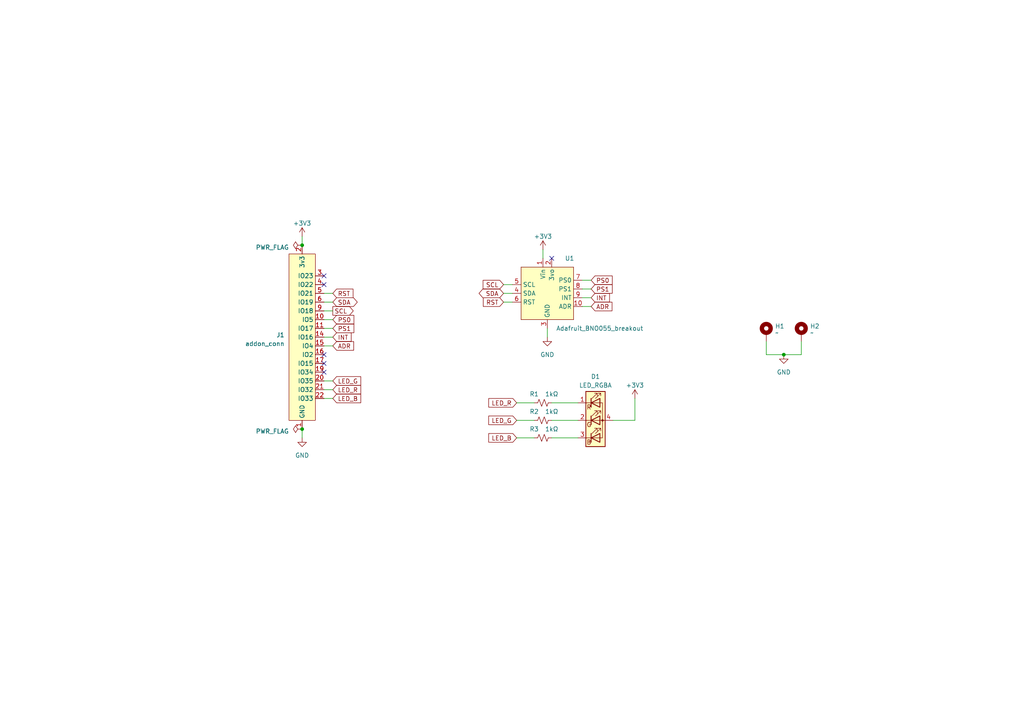
<source format=kicad_sch>
(kicad_sch (version 20220331) (generator eeschema)
  (paper "A4")
  (title_block (title "Game Over Sensor addon") (rev "0.1") (company "Flávio Amieiro"))
  (lib_symbols
    (symbol "Device:LED_RGBA" (pin_names (offset 0) hide)
      (property "Reference" "D" (at 0 9.398 0))
      (property "Value" "LED_RGBA" (at 0 -8.89 0))
      (symbol "LED_RGBA_0_0"
        (text "B" (at -1.905 -6.35 0) (effects (font (size 1.27 1.27))))
        (text "G" (at -1.905 -1.27 0) (effects (font (size 1.27 1.27))))
        (text "R" (at -1.905 3.81 0) (effects (font (size 1.27 1.27))))
      )
      (symbol "LED_RGBA_0_1"
        (polyline (pts (xy -1.27 -5.08) (xy -2.54 -5.08)))
        (polyline (pts (xy -1.27 -5.08) (xy 1.27 -5.08)))
        (polyline (pts (xy -1.27 -3.81) (xy -1.27 -6.35)) (stroke (width 0.254)))
        (polyline (pts (xy -1.27 0) (xy -2.54 0)))
        (polyline (pts (xy -1.27 1.27) (xy -1.27 -1.27)) (stroke (width 0.254)))
        (polyline (pts (xy -1.27 5.08) (xy -2.54 5.08)))
        (polyline (pts (xy -1.27 5.08) (xy 1.27 5.08)))
        (polyline (pts (xy -1.27 6.35) (xy -1.27 3.81)) (stroke (width 0.254)))
        (polyline (pts (xy 1.27 0) (xy -1.27 0)))
        (polyline (pts (xy 1.27 0) (xy 2.54 0)))
        (polyline (pts (xy -1.27 1.27) (xy -1.27 -1.27) (xy -1.27 -1.27)))
        (polyline (pts (xy -1.27 6.35) (xy -1.27 3.81) (xy -1.27 3.81)))
        (polyline (pts (xy 1.27 -5.08) (xy 2.032 -5.08) (xy 2.032 5.08) (xy 1.27 5.08)))
        (polyline (pts (xy 1.27 -3.81) (xy 1.27 -6.35) (xy -1.27 -5.08) (xy 1.27 -3.81)) (stroke (width 0.254)))
        (polyline (pts (xy 1.27 1.27) (xy 1.27 -1.27) (xy -1.27 0) (xy 1.27 1.27)) (stroke (width 0.254)))
        (polyline (pts (xy 1.27 6.35) (xy 1.27 3.81) (xy -1.27 5.08) (xy 1.27 6.35)) (stroke (width 0.254)))
        (polyline (pts (xy -1.016 -3.81) (xy 0.508 -2.286) (xy -0.254 -2.286) (xy 0.508 -2.286) (xy 0.508 -3.048)))
        (polyline (pts (xy -1.016 1.27) (xy 0.508 2.794) (xy -0.254 2.794) (xy 0.508 2.794) (xy 0.508 2.032)))
        (polyline (pts (xy -1.016 6.35) (xy 0.508 7.874) (xy -0.254 7.874) (xy 0.508 7.874) (xy 0.508 7.112)))
        (polyline (pts (xy 0 -3.81) (xy 1.524 -2.286) (xy 0.762 -2.286) (xy 1.524 -2.286) (xy 1.524 -3.048)))
        (polyline (pts (xy 0 1.27) (xy 1.524 2.794) (xy 0.762 2.794) (xy 1.524 2.794) (xy 1.524 2.032)))
        (polyline (pts (xy 0 6.35) (xy 1.524 7.874) (xy 0.762 7.874) (xy 1.524 7.874) (xy 1.524 7.112)))
        (rectangle (start 1.27 -1.27) (end 1.27 1.27))
        (rectangle (start 1.27 1.27) (end 1.27 1.27))
        (rectangle (start 1.27 3.81) (end 1.27 6.35))
        (rectangle (start 1.27 6.35) (end 1.27 6.35))
        (circle (center 2.032 0) (radius 0.254) (fill (type outline)))
        (rectangle (start 2.794 8.382) (end -2.794 -7.62) (stroke (width 0.254)) (fill (type background)))
      )
      (symbol "LED_RGBA_1_1"
        (pin passive line (at -5.08 5.08 0) (length 2.54) (name "RK") (number "1"))
        (pin passive line (at -5.08 0 0) (length 2.54) (name "GK") (number "2"))
        (pin passive line (at -5.08 -5.08 0) (length 2.54) (name "BK") (number "3"))
        (pin passive line (at 5.08 0 180) (length 2.54) (name "A") (number "4"))
      )
    )
    (symbol "Device:R_Small_US" (pin_numbers hide) (pin_names (offset 0.254) hide)
      (property "Reference" "R" (at 0.762 0.508 0))
      (property "Value" "R_Small_US" (at 0.762 -1.016 0))
      (symbol "R_Small_US_1_1"
        (polyline (pts (xy 0 0) (xy 1.016 -0.381) (xy 0 -0.762) (xy -1.016 -1.143) (xy 0 -1.524)))
        (polyline (pts (xy 0 1.524) (xy 1.016 1.143) (xy 0 0.762) (xy -1.016 0.381) (xy 0 0)))
        (pin passive line (at 0 2.54 270) (length 1.016) (name "~") (number "1"))
        (pin passive line (at 0 -2.54 90) (length 1.016) (name "~") (number "2"))
      )
    )
    (symbol "GameOver:Adafruit_BNO055_breakout"
      (property "Reference" "U" (at 2.54 10.16 0))
      (property "Value" "Adafruit_BNO055_breakout" (at 13.97 -10.16 0))
      (symbol "Adafruit_BNO055_breakout_0_1"
        (rectangle (start -7.62 7.62) (end 7.62 -7.62) (fill (type background)))
      )
      (symbol "Adafruit_BNO055_breakout_1_0"
        (pin input line (at 10.16 -3.81 180) (length 2.54) (name "ADR") (number "10"))
        (pin power_out line (at 1.27 10.16 270) (length 2.54) (name "3vo") (number "2"))
        (pin bidirectional line (at -10.16 0 0) (length 2.54) (name "SDA") (number "4"))
        (pin input line (at -10.16 2.54 0) (length 2.54) (name "SCL") (number "5"))
        (pin input line (at -10.16 -2.54 0) (length 2.54) (name "RST") (number "6"))
        (pin input line (at 10.16 3.81 180) (length 2.54) (name "PS0") (number "7"))
        (pin input line (at 10.16 1.27 180) (length 2.54) (name "PS1") (number "8"))
        (pin output line (at 10.16 -1.27 180) (length 2.54) (name "INT") (number "9"))
      )
      (symbol "Adafruit_BNO055_breakout_1_1"
        (pin power_in line (at -1.27 10.16 270) (length 2.54) (name "Vin") (number "1"))
        (pin power_in line (at 0 -10.16 90) (length 2.54) (name "GND") (number "3"))
      )
    )
    (symbol "GameOver:addon_conn"
      (property "Reference" "J" (at 2.54 25.4 0))
      (property "Value" "addon_conn" (at 7.62 -25.4 0))
      (symbol "addon_conn_0_0"
        (pin power_in line (at 0 -26.67 90) (length 2.54) (name "GND") (number "1"))
        (pin bidirectional line (at 6.35 5.08 180) (length 2.54) (name "IO5") (number "10"))
        (pin bidirectional line (at 6.35 2.54 180) (length 2.54) (name "IO17") (number "11"))
        (pin power_in line (at 0 -26.67 90) (length 2.54) hide (name "GND") (number "12"))
        (pin power_in line (at 0 26.67 270) (length 2.54) hide (name "3v3") (number "13"))
        (pin bidirectional line (at 6.35 0 180) (length 2.54) (name "IO16") (number "14"))
        (pin bidirectional line (at 6.35 -2.54 180) (length 2.54) (name "IO4") (number "15"))
        (pin bidirectional line (at 6.35 -5.08 180) (length 2.54) (name "IO2") (number "16"))
        (pin bidirectional line (at 6.35 -7.62 180) (length 2.54) (name "IO15") (number "17"))
        (pin power_in line (at 0 -26.67 90) (length 2.54) hide (name "GND") (number "18"))
        (pin bidirectional line (at 6.35 -10.16 180) (length 2.54) (name "IO34") (number "19"))
        (pin power_in line (at 0 26.67 270) (length 2.54) (name "3v3") (number "2"))
        (pin bidirectional line (at 6.35 -12.7 180) (length 2.54) (name "IO35") (number "20"))
        (pin bidirectional line (at 6.35 -15.24 180) (length 2.54) (name "IO32") (number "21"))
        (pin bidirectional line (at 6.35 -17.78 180) (length 2.54) (name "IO33") (number "22"))
        (pin power_in line (at 0 -26.67 90) (length 2.54) hide (name "GND") (number "23"))
        (pin power_in line (at 0 26.67 270) (length 2.54) hide (name "3v3") (number "24"))
        (pin bidirectional line (at 6.35 17.78 180) (length 2.54) (name "IO23") (number "3"))
        (pin bidirectional line (at 6.35 15.24 180) (length 2.54) (name "IO22") (number "4"))
        (pin bidirectional line (at 6.35 12.7 180) (length 2.54) (name "IO21") (number "5"))
        (pin bidirectional line (at 6.35 10.16 180) (length 2.54) (name "IO19") (number "6"))
        (pin power_in line (at 0 -26.67 90) (length 2.54) hide (name "GND") (number "7"))
        (pin power_in line (at 0 26.67 270) (length 2.54) hide (name "3v3") (number "8"))
        (pin bidirectional line (at 6.35 7.62 180) (length 2.54) (name "IO18") (number "9"))
      )
      (symbol "addon_conn_0_1"
        (rectangle (start -3.81 24.13) (end 3.81 -24.13) (fill (type background)))
      )
    )
    (symbol "Mechanical:MountingHole_Pad" (pin_numbers hide) (pin_names (offset 1.016) hide)
      (property "Reference" "H" (at 0 6.35 0))
      (property "Value" "MountingHole_Pad" (at 0 4.445 0))
      (symbol "MountingHole_Pad_0_1"
        (circle (center 0 1.27) (radius 1.27) (stroke (width 1.27)))
      )
      (symbol "MountingHole_Pad_1_1"
        (pin input line (at 0 -2.54 90) (length 2.54) (name "1") (number "1"))
      )
    )
    (symbol "power:+3V3" (power) (pin_names (offset 0))
      (property "Value" "+3V3" (at 0 3.556 0))
      (symbol "+3V3_0_1"
        (polyline (pts (xy -0.762 1.27) (xy 0 2.54)))
        (polyline (pts (xy 0 0) (xy 0 2.54)))
        (polyline (pts (xy 0 2.54) (xy 0.762 1.27)))
      )
      (symbol "+3V3_1_1"
        (pin power_in line (at 0 0 90) (length 0) hide (name "+3V3") (number "1"))
      )
    )
    (symbol "power:GND" (power) (pin_names (offset 0))
      (property "Value" "GND" (at 0 -3.81 0))
      (symbol "GND_0_1"
        (polyline (pts (xy 0 0) (xy 0 -1.27) (xy 1.27 -1.27) (xy 0 -2.54) (xy -1.27 -1.27) (xy 0 -1.27)))
      )
      (symbol "GND_1_1"
        (pin power_in line (at 0 0 270) (length 0) hide (name "GND") (number "1"))
      )
    )
    (symbol "power:PWR_FLAG" (power) (pin_numbers hide) (pin_names (offset 0) hide)
      (property "Value" "PWR_FLAG" (at 0 3.81 0))
      (symbol "PWR_FLAG_0_0"
        (pin power_out line (at 0 0 90) (length 0) (name "pwr") (number "1"))
      )
      (symbol "PWR_FLAG_0_1"
        (polyline (pts (xy 0 0) (xy 0 1.27) (xy -1.016 1.905) (xy 0 2.54) (xy 1.016 1.905) (xy 0 1.27)))
      )
    )
  )
  (junction (at 87.63 71.12))
  (junction (at 87.63 124.46))
  (junction (at 227.33 102.87))
  (no_connect (at 93.98 105.41))
  (no_connect (at 93.98 107.95))
  (no_connect (at 93.98 102.87))
  (no_connect (at 93.98 80.01))
  (no_connect (at 93.98 82.55))
  (no_connect (at 160.02 74.93))
  (wire (pts (xy 149.86 116.84) (xy 154.94 116.84)))
  (wire (pts (xy 168.91 81.28) (xy 171.45 81.28)))
  (wire (pts (xy 93.98 113.03) (xy 96.52 113.03)))
  (wire (pts (xy 93.98 100.33) (xy 96.52 100.33)))
  (wire (pts (xy 93.98 92.71) (xy 96.52 92.71)))
  (wire (pts (xy 87.63 68.58) (xy 87.63 71.12)))
  (wire (pts (xy 168.91 83.82) (xy 171.45 83.82)))
  (wire (pts (xy 93.98 87.63) (xy 96.52 87.63)))
  (wire (pts (xy 149.86 121.92) (xy 154.94 121.92)))
  (wire (pts (xy 232.41 102.87) (xy 232.41 99.06)))
  (wire (pts (xy 160.02 127) (xy 167.64 127)))
  (wire (pts (xy 93.98 110.49) (xy 96.52 110.49)))
  (wire (pts (xy 168.91 88.9) (xy 171.45 88.9)))
  (wire (pts (xy 158.75 95.25) (xy 158.75 97.79)))
  (wire (pts (xy 93.98 85.09) (xy 96.52 85.09)))
  (wire (pts (xy 146.05 87.63) (xy 148.59 87.63)))
  (wire (pts (xy 93.98 115.57) (xy 96.52 115.57)))
  (wire (pts (xy 93.98 90.17) (xy 96.52 90.17)))
  (wire (pts (xy 222.25 102.87) (xy 227.33 102.87)))
  (wire (pts (xy 168.91 86.36) (xy 171.45 86.36)))
  (wire (pts (xy 93.98 95.25) (xy 96.52 95.25)))
  (wire (pts (xy 160.02 116.84) (xy 167.64 116.84)))
  (wire (pts (xy 87.63 124.46) (xy 87.63 127)))
  (wire (pts (xy 146.05 82.55) (xy 148.59 82.55)))
  (wire (pts (xy 93.98 97.79) (xy 96.52 97.79)))
  (wire (pts (xy 227.33 102.87) (xy 232.41 102.87)))
  (wire (pts (xy 222.25 99.06) (xy 222.25 102.87)))
  (wire (pts (xy 160.02 121.92) (xy 167.64 121.92)))
  (wire (pts (xy 157.48 72.39) (xy 157.48 74.93)))
  (wire (pts (xy 149.86 127) (xy 154.94 127)))
  (wire (pts (xy 146.05 85.09) (xy 148.59 85.09)))
  (wire (pts (xy 184.15 121.92) (xy 177.8 121.92)))
  (wire (pts (xy 184.15 115.57) (xy 184.15 121.92)))
  (global_label "SDA" (shape bidirectional) (at 96.52 87.63 0) (property "Intersheetrefs" "${INTERSHEET_REFS}" (effects hide)))
  (global_label "ADR" (shape input) (at 171.45 88.9 0) (property "Intersheetrefs" "${INTERSHEET_REFS}" (effects hide)))
  (global_label "PS0" (shape input) (at 96.52 92.71 0) (property "Intersheetrefs" "${INTERSHEET_REFS}" (effects hide)))
  (global_label "PS1" (shape input) (at 96.52 95.25 0) (property "Intersheetrefs" "${INTERSHEET_REFS}" (effects hide)))
  (global_label "SDA" (shape bidirectional) (at 146.05 85.09 180) (property "Intersheetrefs" "${INTERSHEET_REFS}" (effects hide)))
  (global_label "PS1" (shape input) (at 171.45 83.82 0) (property "Intersheetrefs" "${INTERSHEET_REFS}" (effects hide)))
  (global_label "LED_R" (shape input) (at 96.52 113.03 0) (property "Intersheetrefs" "${INTERSHEET_REFS}" (effects hide)))
  (global_label "LED_G" (shape input) (at 149.86 121.92 180) (property "Intersheetrefs" "${INTERSHEET_REFS}" (effects hide)))
  (global_label "LED_B" (shape input) (at 96.52 115.57 0) (property "Intersheetrefs" "${INTERSHEET_REFS}" (effects hide)))
  (global_label "RST" (shape input) (at 96.52 85.09 0) (property "Intersheetrefs" "${INTERSHEET_REFS}" (effects hide)))
  (global_label "INT" (shape input) (at 96.52 97.79 0) (property "Intersheetrefs" "${INTERSHEET_REFS}" (effects hide)))
  (global_label "LED_R" (shape input) (at 149.86 116.84 180) (property "Intersheetrefs" "${INTERSHEET_REFS}" (effects hide)))
  (global_label "LED_G" (shape input) (at 96.52 110.49 0) (property "Intersheetrefs" "${INTERSHEET_REFS}" (effects hide)))
  (global_label "PS0" (shape input) (at 171.45 81.28 0) (property "Intersheetrefs" "${INTERSHEET_REFS}" (effects hide)))
  (global_label "LED_B" (shape input) (at 149.86 127 180) (property "Intersheetrefs" "${INTERSHEET_REFS}" (effects hide)))
  (global_label "RST" (shape input) (at 146.05 87.63 180) (property "Intersheetrefs" "${INTERSHEET_REFS}" (effects hide)))
  (global_label "SCL" (shape output) (at 96.52 90.17 0) (property "Intersheetrefs" "${INTERSHEET_REFS}" (effects hide)))
  (global_label "SCL" (shape input) (at 146.05 82.55 180) (property "Intersheetrefs" "${INTERSHEET_REFS}" (effects hide)))
  (global_label "INT" (shape input) (at 171.45 86.36 0) (property "Intersheetrefs" "${INTERSHEET_REFS}" (effects hide)))
  (global_label "ADR" (shape input) (at 96.52 100.33 0) (property "Intersheetrefs" "${INTERSHEET_REFS}" (effects hide)))
  (symbol (lib_id "power:GND") (at 87.63 127 0) (unit 1)
    (property "Reference" "#PWR0101" (effects hide))
    (property "Value" "GND" (at 87.63 132.08 0))
  )
  (symbol (lib_id "Device:R_Small_US") (at 157.48 127 90) (unit 1)
    (property "Reference" "R3" (at 154.94 124.46 90))
    (property "Value" "1kΩ" (at 160.02 124.46 90))
    (property "Footprint" "Resistor_SMD:R_0805_2012Metric_Pad1.20x1.40mm_HandSolder" (effects hide))
  )
  (symbol (lib_id "Mechanical:MountingHole_Pad") (at 232.41 96.52 0) (unit 1)
    (property "Reference" "H2" (at 234.95 94.615 0) (effects (justify left)))
    (property "Value" "~" (at 234.95 96.52 0) (effects (justify left)))
    (property "Footprint" "MountingHole:MountingHole_2.2mm_M2_Pad_Via" (effects hide))
  )
  (symbol (lib_id "power:GND") (at 158.75 97.79 0) (unit 1)
    (property "Reference" "#PWR0103" (effects hide))
    (property "Value" "GND" (at 158.75 102.87 0))
  )
  (symbol (lib_id "Device:R_Small_US") (at 157.48 121.92 90) (unit 1)
    (property "Reference" "R2" (at 154.94 119.38 90))
    (property "Value" "1kΩ" (at 160.02 119.38 90))
    (property "Footprint" "Resistor_SMD:R_0805_2012Metric_Pad1.20x1.40mm_HandSolder" (effects hide))
  )
  (symbol (lib_id "Mechanical:MountingHole_Pad") (at 222.25 96.52 0) (unit 1)
    (property "Reference" "H1" (at 224.79 94.615 0) (effects (justify left)))
    (property "Value" "~" (at 224.79 96.52 0) (effects (justify left)))
    (property "Footprint" "MountingHole:MountingHole_2.2mm_M2_Pad_Via" (effects hide))
  )
  (symbol (lib_id "power:+3V3") (at 157.48 72.39 0) (unit 1)
    (property "Reference" "#PWR0105" (effects hide))
    (property "Value" "+3V3" (at 157.48 68.58 0))
  )
  (symbol (lib_id "power:PWR_FLAG") (at 87.63 124.46 90) (unit 1)
    (property "Reference" "#FLG0102" (effects hide))
    (property "Value" "PWR_FLAG" (at 83.82 125.095 90) (effects (justify left)))
  )
  (symbol (lib_id "Device:LED_RGBA") (at 172.72 121.92 0) (unit 1)
    (property "Reference" "D1" (at 172.72 109.22 0))
    (property "Value" "LED_RGBA" (at 172.72 111.76 0))
    (property "Footprint" "GameOver:Hongzhi_Forest_HS-1204-RGB" (effects hide))
  )
  (symbol (lib_id "power:GND") (at 227.33 102.87 0) (unit 1)
    (property "Reference" "#PWR01" (effects hide))
    (property "Value" "GND" (at 227.33 107.95 0))
  )
  (symbol (lib_id "GameOver:Adafruit_BNO055_breakout") (at 158.75 85.09 0) (unit 1)
    (property "Reference" "U1" (at 163.83 74.93 0) (effects (justify left)))
    (property "Value" "Adafruit_BNO055_breakout" (at 161.29 95.25 0) (effects (justify left)))
    (property "Footprint" "GameOver:Adafruit_BNO055_breakout" (effects hide))
    (property "Datasheet" "https://learn.adafruit.com/adafruit-bno055-absolute-orientation-sensor/pinouts" (effects hide))
  )
  (symbol (lib_id "GameOver:addon_conn") (at 87.63 97.79 0) (unit 1)
    (property "Reference" "J1" (at 82.55 97.155 0) (effects (justify right)))
    (property "Value" "addon_conn" (at 82.55 99.695 0) (effects (justify right)))
    (property "Footprint" "GameOver:TXGA_FFC05036-24SBD113W5M_1x24_P0.50mm_Horizontal" (effects hide))
  )
  (symbol (lib_id "power:+3V3") (at 184.15 115.57 0) (unit 1)
    (property "Reference" "#PWR0104" (effects hide))
    (property "Value" "+3V3" (at 184.15 111.76 0))
  )
  (symbol (lib_id "power:PWR_FLAG") (at 87.63 71.12 90) (unit 1)
    (property "Reference" "#FLG0101" (effects hide))
    (property "Value" "PWR_FLAG" (at 83.82 71.755 90) (effects (justify left)))
  )
  (symbol (lib_id "Device:R_Small_US") (at 157.48 116.84 90) (unit 1)
    (property "Reference" "R1" (at 154.94 114.3 90))
    (property "Value" "1kΩ" (at 160.02 114.3 90))
    (property "Footprint" "Resistor_SMD:R_0805_2012Metric_Pad1.20x1.40mm_HandSolder" (effects hide))
  )
  (symbol (lib_id "power:+3V3") (at 87.63 68.58 0) (unit 1)
    (property "Reference" "#PWR0102" (effects hide))
    (property "Value" "+3V3" (at 87.63 64.77 0))
  )
)
</source>
